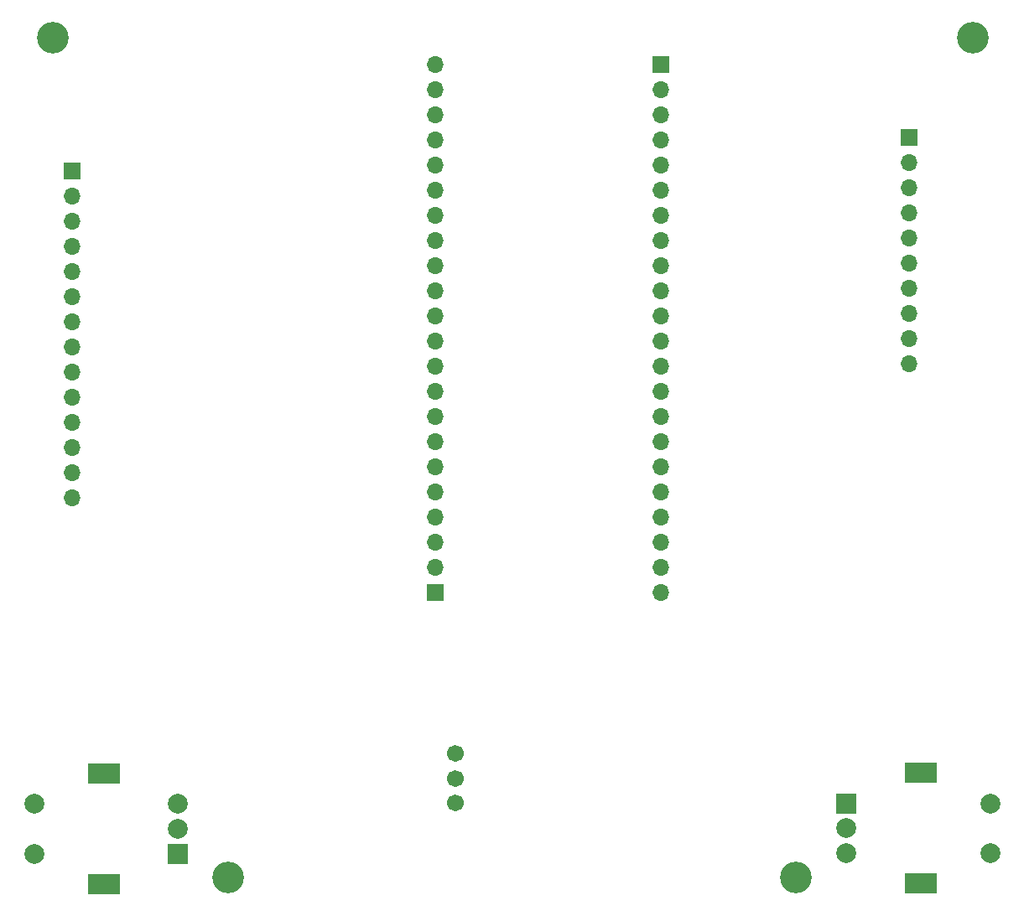
<source format=gbr>
%TF.GenerationSoftware,KiCad,Pcbnew,8.0.1-rc1*%
%TF.CreationDate,2024-08-02T11:20:44-04:00*%
%TF.ProjectId,Schema,53636865-6d61-42e6-9b69-6361645f7063,rev?*%
%TF.SameCoordinates,Original*%
%TF.FileFunction,Soldermask,Bot*%
%TF.FilePolarity,Negative*%
%FSLAX46Y46*%
G04 Gerber Fmt 4.6, Leading zero omitted, Abs format (unit mm)*
G04 Created by KiCad (PCBNEW 8.0.1-rc1) date 2024-08-02 11:20:44*
%MOMM*%
%LPD*%
G01*
G04 APERTURE LIST*
%ADD10C,3.200000*%
%ADD11R,1.700000X1.700000*%
%ADD12O,1.700000X1.700000*%
%ADD13R,2.000000X2.000000*%
%ADD14C,2.000000*%
%ADD15R,3.200000X2.000000*%
%ADD16C,1.701800*%
G04 APERTURE END LIST*
D10*
%TO.C,REF\u002A\u002A*%
X91350000Y-120750000D03*
%TD*%
D11*
%TO.C,J4*%
X75620000Y-49360000D03*
D12*
X75620000Y-51900000D03*
X75620000Y-54440000D03*
X75620000Y-56980000D03*
X75620000Y-59520000D03*
X75620000Y-62060000D03*
X75620000Y-64600000D03*
X75620000Y-67140000D03*
X75620000Y-69680000D03*
X75620000Y-72220000D03*
X75620000Y-74760000D03*
X75620000Y-77300000D03*
X75620000Y-79840000D03*
X75620000Y-82380000D03*
%TD*%
D10*
%TO.C,REF\u002A\u002A*%
X148700000Y-120750000D03*
%TD*%
%TO.C,REF\u002A\u002A*%
X73650000Y-35900000D03*
%TD*%
D13*
%TO.C,SW1*%
X86280000Y-118360000D03*
D14*
X86280000Y-113360000D03*
X86280000Y-115860000D03*
D15*
X78780000Y-121460000D03*
X78780000Y-110260000D03*
D14*
X71780000Y-113360000D03*
X71780000Y-118360000D03*
%TD*%
D10*
%TO.C,REF\u002A\u002A*%
X166500000Y-35900000D03*
%TD*%
D16*
%TO.C,SW3*%
X114269100Y-108270000D03*
X114269100Y-110770000D03*
X114269100Y-113270000D03*
%TD*%
D13*
%TO.C,SW2*%
X153780000Y-113280000D03*
D14*
X153780000Y-118280000D03*
X153780000Y-115780000D03*
D15*
X161280000Y-110180000D03*
X161280000Y-121380000D03*
D14*
X168280000Y-118280000D03*
X168280000Y-113280000D03*
%TD*%
D11*
%TO.C,J3*%
X160110000Y-46030000D03*
D12*
X160110000Y-48570000D03*
X160110000Y-51110000D03*
X160110000Y-53650000D03*
X160110000Y-56190000D03*
X160110000Y-58730000D03*
X160110000Y-61270000D03*
X160110000Y-63810000D03*
X160110000Y-66350000D03*
X160110000Y-68890000D03*
%TD*%
D11*
%TO.C,J1*%
X112220000Y-92010000D03*
D12*
X112220000Y-89470000D03*
X112220000Y-86930000D03*
X112220000Y-84390000D03*
X112220000Y-81850000D03*
X112220000Y-79310000D03*
X112220000Y-76770000D03*
X112220000Y-74230000D03*
X112220000Y-71690000D03*
X112220000Y-69150000D03*
X112220000Y-66610000D03*
X112220000Y-64070000D03*
X112220000Y-61530000D03*
X112220000Y-58990000D03*
X112220000Y-56450000D03*
X112220000Y-53910000D03*
X112220000Y-51370000D03*
X112220000Y-48830000D03*
X112220000Y-46290000D03*
X112220000Y-43750000D03*
X112220000Y-41210000D03*
X112220000Y-38670000D03*
%TD*%
D11*
%TO.C,J2*%
X135070000Y-38660000D03*
D12*
X135070000Y-41200000D03*
X135070000Y-43740000D03*
X135070000Y-46280000D03*
X135070000Y-48820000D03*
X135070000Y-51360000D03*
X135070000Y-53900000D03*
X135070000Y-56440000D03*
X135070000Y-58980000D03*
X135070000Y-61520000D03*
X135070000Y-64060000D03*
X135070000Y-66600000D03*
X135070000Y-69140000D03*
X135070000Y-71680000D03*
X135070000Y-74220000D03*
X135070000Y-76760000D03*
X135070000Y-79300000D03*
X135070000Y-81840000D03*
X135070000Y-84380000D03*
X135070000Y-86920000D03*
X135070000Y-89460000D03*
X135070000Y-92000000D03*
%TD*%
M02*

</source>
